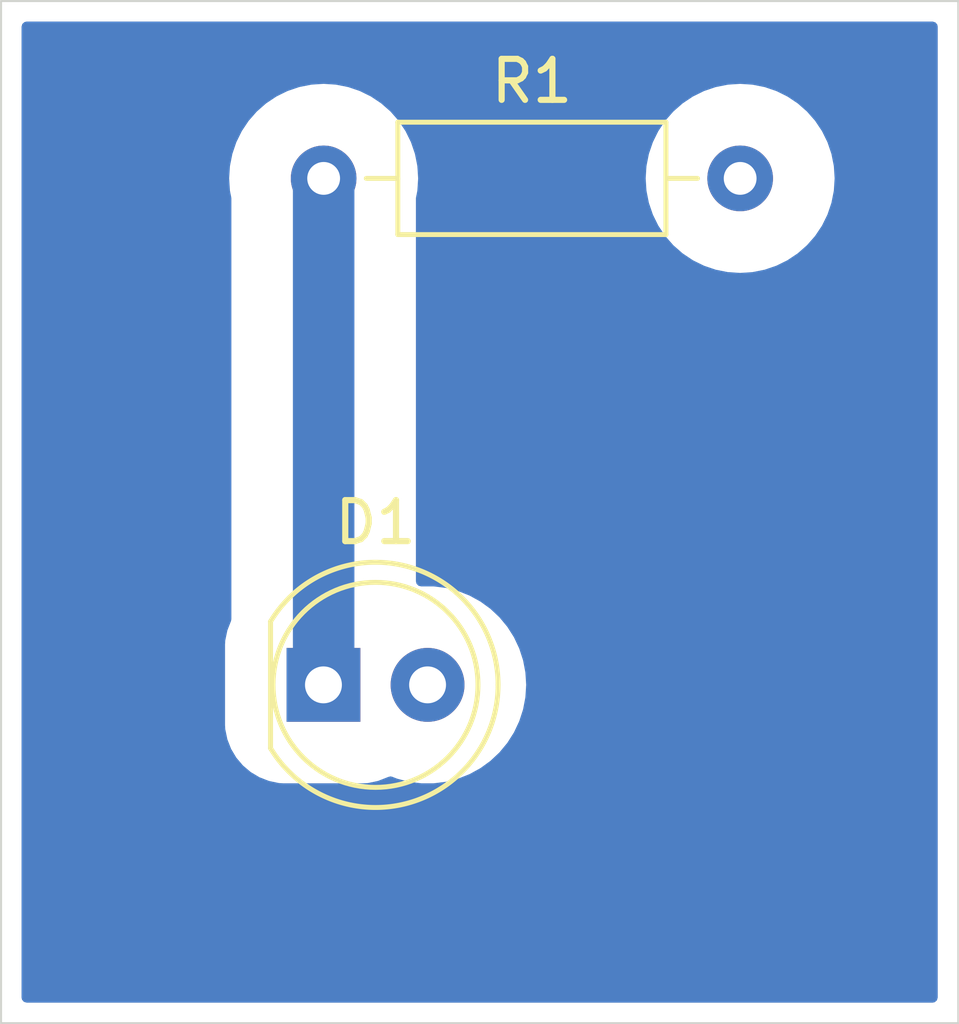
<source format=kicad_pcb>
(kicad_pcb (version 20240108) (generator "pcbnew") (generator_version "8.0")
  (layers (0 "F.Cu" signal) (31 "B.Cu" signal) (34 "B.Paste" user) (35 "F.Paste" user) (36 "B.SilkS" user "B.Silkscreen") (37 "F.SilkS" user "F.Silkscreen") (38 "B.Mask" user) (39 "F.Mask" user) (44 "Edge.Cuts" user))
  (net 0 "")
  (net 1 "Net-(D1-K)")
  (net 2 "+9V")
  (net 3 "Earth")
  (footprint "Resistor_THT:R_Axial_DIN0207_L6.3mm_D2.5mm_P10.16mm_Horizontal" (layer "F.Cu") (at 102.295 78.15)
    (property "Reference" "R1" (at 5.08 -2.37 0) (layer "F.SilkS"))
    (property "Value" "1K")
    (fp_line (start 1.04 0) (end 1.81 0) (stroke (width 0.12)) (layer "F.SilkS"))
    (fp_line (start 1.81 -1.37) (end 1.81 1.37) (stroke (width 0.12)) (layer "F.SilkS"))
    (fp_line (start 1.81 1.37) (end 8.35 1.37) (stroke (width 0.12)) (layer "F.SilkS"))
    (fp_line (start 8.35 -1.37) (end 1.81 -1.37) (stroke (width 0.12)) (layer "F.SilkS"))
    (fp_line (start 8.35 1.37) (end 8.35 -1.37) (stroke (width 0.12)) (layer "F.SilkS"))
    (fp_line (start 9.12 0) (end 8.35 0) (stroke (width 0.12)) (layer "F.SilkS"))
    (pad "1" thru_hole circle (at 0 0) (size 1.6 1.6) (drill 0.8) (layers "*.Cu" "*.Mask") (net 1 "Net-(D1-K)"))
    (pad "2" thru_hole oval (at 10.16 0) (size 1.6 1.6) (drill 0.8) (layers "*.Cu" "*.Mask") (net 3 "Earth"))
  )
  (footprint "LED_THT:LED_D5.0mm" (layer "F.Cu") (at 102.29 90.5)
    (property "Reference" "D1" (at 1.27 -3.96 0) (layer "F.SilkS"))
    (property "Value" "LED")
    (fp_line (start -1.29 -1.545) (end -1.29 1.545) (stroke (width 0.12)) (layer "F.SilkS"))
    (fp_arc (start -1.29 -1.54483) (mid 2.072002 -2.880433) (end 4.26 0.000462) (stroke (width 0.12)) (layer "F.SilkS"))
    (fp_arc (start 4.26 -0.000462) (mid 2.072002 2.880433) (end -1.29 1.54483) (stroke (width 0.12)) (layer "F.SilkS"))
    (fp_circle (center 1.27 0) (end 3.77 0) (stroke (width 0.12)) (fill none) (layer "F.SilkS"))
    (pad "1" thru_hole rect (at 0 0) (size 1.8 1.8) (drill 0.9) (layers "*.Cu" "*.Mask") (net 1 "Net-(D1-K)"))
    (pad "2" thru_hole circle (at 2.54 0) (size 1.8 1.8) (drill 0.9) (layers "*.Cu" "*.Mask") (net 2 "+9V"))
  )
  (gr_rect (start 94.425 73.825) (end 117.775 98.75) (stroke (width 0.05)) (fill none) (layer "Edge.Cuts"))
  (segment (start 102.295 78.15) (end 102.295 90.495) (width 1.5) (layer "B.Cu") (net 1))
  (segment (start 102.295 90.495) (end 102.29 90.5) (width 1.5) (layer "B.Cu") (net 1))
  (zone (net 3) (net_name "Earth") (layer "B.Cu") (connect_pads no (clearance 1.5)) (min_thickness 0.25) (fill yes (thermal_gap 0.5) (thermal_bridge_width 0.5))
    (polygon (pts (xy 94.45 73.825) (xy 117.8 73.825) (xy 117.75 98.75) (xy 94.45 98.75)))
  )
)
</source>
